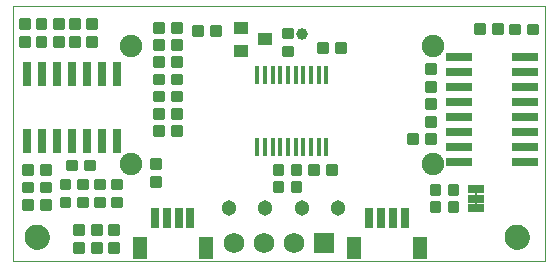
<source format=gts>
G75*
%MOIN*%
%OFA0B0*%
%FSLAX25Y25*%
%IPPOS*%
%LPD*%
%AMOC8*
5,1,8,0,0,1.08239X$1,22.5*
%
%ADD10C,0.00000*%
%ADD11C,0.08274*%
%ADD12C,0.01287*%
%ADD13R,0.04900X0.03900*%
%ADD14R,0.06900X0.06900*%
%ADD15C,0.06900*%
%ADD16C,0.07487*%
%ADD17R,0.01778X0.06306*%
%ADD18C,0.05124*%
%ADD19R,0.02762X0.06502*%
%ADD20R,0.05124X0.07487*%
%ADD21R,0.09061X0.02762*%
%ADD22R,0.03000X0.08400*%
%ADD23C,0.03900*%
%ADD24R,0.05400X0.02900*%
%ADD25C,0.00800*%
D10*
X0014157Y0019933D02*
X0014157Y0104733D01*
X0191322Y0104733D01*
X0191322Y0019933D01*
X0014157Y0019933D01*
X0018094Y0027807D02*
X0018096Y0027932D01*
X0018102Y0028057D01*
X0018112Y0028181D01*
X0018126Y0028305D01*
X0018143Y0028429D01*
X0018165Y0028552D01*
X0018191Y0028674D01*
X0018220Y0028796D01*
X0018253Y0028916D01*
X0018291Y0029035D01*
X0018331Y0029154D01*
X0018376Y0029270D01*
X0018424Y0029385D01*
X0018476Y0029499D01*
X0018532Y0029611D01*
X0018591Y0029721D01*
X0018653Y0029829D01*
X0018719Y0029936D01*
X0018788Y0030040D01*
X0018861Y0030141D01*
X0018936Y0030241D01*
X0019015Y0030338D01*
X0019097Y0030432D01*
X0019182Y0030524D01*
X0019269Y0030613D01*
X0019360Y0030699D01*
X0019453Y0030782D01*
X0019549Y0030863D01*
X0019647Y0030940D01*
X0019747Y0031014D01*
X0019850Y0031085D01*
X0019955Y0031152D01*
X0020063Y0031217D01*
X0020172Y0031277D01*
X0020283Y0031335D01*
X0020396Y0031388D01*
X0020510Y0031438D01*
X0020626Y0031485D01*
X0020743Y0031527D01*
X0020862Y0031566D01*
X0020982Y0031602D01*
X0021103Y0031633D01*
X0021225Y0031661D01*
X0021347Y0031684D01*
X0021471Y0031704D01*
X0021595Y0031720D01*
X0021719Y0031732D01*
X0021844Y0031740D01*
X0021969Y0031744D01*
X0022093Y0031744D01*
X0022218Y0031740D01*
X0022343Y0031732D01*
X0022467Y0031720D01*
X0022591Y0031704D01*
X0022715Y0031684D01*
X0022837Y0031661D01*
X0022959Y0031633D01*
X0023080Y0031602D01*
X0023200Y0031566D01*
X0023319Y0031527D01*
X0023436Y0031485D01*
X0023552Y0031438D01*
X0023666Y0031388D01*
X0023779Y0031335D01*
X0023890Y0031277D01*
X0024000Y0031217D01*
X0024107Y0031152D01*
X0024212Y0031085D01*
X0024315Y0031014D01*
X0024415Y0030940D01*
X0024513Y0030863D01*
X0024609Y0030782D01*
X0024702Y0030699D01*
X0024793Y0030613D01*
X0024880Y0030524D01*
X0024965Y0030432D01*
X0025047Y0030338D01*
X0025126Y0030241D01*
X0025201Y0030141D01*
X0025274Y0030040D01*
X0025343Y0029936D01*
X0025409Y0029829D01*
X0025471Y0029721D01*
X0025530Y0029611D01*
X0025586Y0029499D01*
X0025638Y0029385D01*
X0025686Y0029270D01*
X0025731Y0029154D01*
X0025771Y0029035D01*
X0025809Y0028916D01*
X0025842Y0028796D01*
X0025871Y0028674D01*
X0025897Y0028552D01*
X0025919Y0028429D01*
X0025936Y0028305D01*
X0025950Y0028181D01*
X0025960Y0028057D01*
X0025966Y0027932D01*
X0025968Y0027807D01*
X0025966Y0027682D01*
X0025960Y0027557D01*
X0025950Y0027433D01*
X0025936Y0027309D01*
X0025919Y0027185D01*
X0025897Y0027062D01*
X0025871Y0026940D01*
X0025842Y0026818D01*
X0025809Y0026698D01*
X0025771Y0026579D01*
X0025731Y0026460D01*
X0025686Y0026344D01*
X0025638Y0026229D01*
X0025586Y0026115D01*
X0025530Y0026003D01*
X0025471Y0025893D01*
X0025409Y0025785D01*
X0025343Y0025678D01*
X0025274Y0025574D01*
X0025201Y0025473D01*
X0025126Y0025373D01*
X0025047Y0025276D01*
X0024965Y0025182D01*
X0024880Y0025090D01*
X0024793Y0025001D01*
X0024702Y0024915D01*
X0024609Y0024832D01*
X0024513Y0024751D01*
X0024415Y0024674D01*
X0024315Y0024600D01*
X0024212Y0024529D01*
X0024107Y0024462D01*
X0023999Y0024397D01*
X0023890Y0024337D01*
X0023779Y0024279D01*
X0023666Y0024226D01*
X0023552Y0024176D01*
X0023436Y0024129D01*
X0023319Y0024087D01*
X0023200Y0024048D01*
X0023080Y0024012D01*
X0022959Y0023981D01*
X0022837Y0023953D01*
X0022715Y0023930D01*
X0022591Y0023910D01*
X0022467Y0023894D01*
X0022343Y0023882D01*
X0022218Y0023874D01*
X0022093Y0023870D01*
X0021969Y0023870D01*
X0021844Y0023874D01*
X0021719Y0023882D01*
X0021595Y0023894D01*
X0021471Y0023910D01*
X0021347Y0023930D01*
X0021225Y0023953D01*
X0021103Y0023981D01*
X0020982Y0024012D01*
X0020862Y0024048D01*
X0020743Y0024087D01*
X0020626Y0024129D01*
X0020510Y0024176D01*
X0020396Y0024226D01*
X0020283Y0024279D01*
X0020172Y0024337D01*
X0020062Y0024397D01*
X0019955Y0024462D01*
X0019850Y0024529D01*
X0019747Y0024600D01*
X0019647Y0024674D01*
X0019549Y0024751D01*
X0019453Y0024832D01*
X0019360Y0024915D01*
X0019269Y0025001D01*
X0019182Y0025090D01*
X0019097Y0025182D01*
X0019015Y0025276D01*
X0018936Y0025373D01*
X0018861Y0025473D01*
X0018788Y0025574D01*
X0018719Y0025678D01*
X0018653Y0025785D01*
X0018591Y0025893D01*
X0018532Y0026003D01*
X0018476Y0026115D01*
X0018424Y0026229D01*
X0018376Y0026344D01*
X0018331Y0026460D01*
X0018291Y0026579D01*
X0018253Y0026698D01*
X0018220Y0026818D01*
X0018191Y0026940D01*
X0018165Y0027062D01*
X0018143Y0027185D01*
X0018126Y0027309D01*
X0018112Y0027433D01*
X0018102Y0027557D01*
X0018096Y0027682D01*
X0018094Y0027807D01*
X0178094Y0027807D02*
X0178096Y0027932D01*
X0178102Y0028057D01*
X0178112Y0028181D01*
X0178126Y0028305D01*
X0178143Y0028429D01*
X0178165Y0028552D01*
X0178191Y0028674D01*
X0178220Y0028796D01*
X0178253Y0028916D01*
X0178291Y0029035D01*
X0178331Y0029154D01*
X0178376Y0029270D01*
X0178424Y0029385D01*
X0178476Y0029499D01*
X0178532Y0029611D01*
X0178591Y0029721D01*
X0178653Y0029829D01*
X0178719Y0029936D01*
X0178788Y0030040D01*
X0178861Y0030141D01*
X0178936Y0030241D01*
X0179015Y0030338D01*
X0179097Y0030432D01*
X0179182Y0030524D01*
X0179269Y0030613D01*
X0179360Y0030699D01*
X0179453Y0030782D01*
X0179549Y0030863D01*
X0179647Y0030940D01*
X0179747Y0031014D01*
X0179850Y0031085D01*
X0179955Y0031152D01*
X0180063Y0031217D01*
X0180172Y0031277D01*
X0180283Y0031335D01*
X0180396Y0031388D01*
X0180510Y0031438D01*
X0180626Y0031485D01*
X0180743Y0031527D01*
X0180862Y0031566D01*
X0180982Y0031602D01*
X0181103Y0031633D01*
X0181225Y0031661D01*
X0181347Y0031684D01*
X0181471Y0031704D01*
X0181595Y0031720D01*
X0181719Y0031732D01*
X0181844Y0031740D01*
X0181969Y0031744D01*
X0182093Y0031744D01*
X0182218Y0031740D01*
X0182343Y0031732D01*
X0182467Y0031720D01*
X0182591Y0031704D01*
X0182715Y0031684D01*
X0182837Y0031661D01*
X0182959Y0031633D01*
X0183080Y0031602D01*
X0183200Y0031566D01*
X0183319Y0031527D01*
X0183436Y0031485D01*
X0183552Y0031438D01*
X0183666Y0031388D01*
X0183779Y0031335D01*
X0183890Y0031277D01*
X0184000Y0031217D01*
X0184107Y0031152D01*
X0184212Y0031085D01*
X0184315Y0031014D01*
X0184415Y0030940D01*
X0184513Y0030863D01*
X0184609Y0030782D01*
X0184702Y0030699D01*
X0184793Y0030613D01*
X0184880Y0030524D01*
X0184965Y0030432D01*
X0185047Y0030338D01*
X0185126Y0030241D01*
X0185201Y0030141D01*
X0185274Y0030040D01*
X0185343Y0029936D01*
X0185409Y0029829D01*
X0185471Y0029721D01*
X0185530Y0029611D01*
X0185586Y0029499D01*
X0185638Y0029385D01*
X0185686Y0029270D01*
X0185731Y0029154D01*
X0185771Y0029035D01*
X0185809Y0028916D01*
X0185842Y0028796D01*
X0185871Y0028674D01*
X0185897Y0028552D01*
X0185919Y0028429D01*
X0185936Y0028305D01*
X0185950Y0028181D01*
X0185960Y0028057D01*
X0185966Y0027932D01*
X0185968Y0027807D01*
X0185966Y0027682D01*
X0185960Y0027557D01*
X0185950Y0027433D01*
X0185936Y0027309D01*
X0185919Y0027185D01*
X0185897Y0027062D01*
X0185871Y0026940D01*
X0185842Y0026818D01*
X0185809Y0026698D01*
X0185771Y0026579D01*
X0185731Y0026460D01*
X0185686Y0026344D01*
X0185638Y0026229D01*
X0185586Y0026115D01*
X0185530Y0026003D01*
X0185471Y0025893D01*
X0185409Y0025785D01*
X0185343Y0025678D01*
X0185274Y0025574D01*
X0185201Y0025473D01*
X0185126Y0025373D01*
X0185047Y0025276D01*
X0184965Y0025182D01*
X0184880Y0025090D01*
X0184793Y0025001D01*
X0184702Y0024915D01*
X0184609Y0024832D01*
X0184513Y0024751D01*
X0184415Y0024674D01*
X0184315Y0024600D01*
X0184212Y0024529D01*
X0184107Y0024462D01*
X0183999Y0024397D01*
X0183890Y0024337D01*
X0183779Y0024279D01*
X0183666Y0024226D01*
X0183552Y0024176D01*
X0183436Y0024129D01*
X0183319Y0024087D01*
X0183200Y0024048D01*
X0183080Y0024012D01*
X0182959Y0023981D01*
X0182837Y0023953D01*
X0182715Y0023930D01*
X0182591Y0023910D01*
X0182467Y0023894D01*
X0182343Y0023882D01*
X0182218Y0023874D01*
X0182093Y0023870D01*
X0181969Y0023870D01*
X0181844Y0023874D01*
X0181719Y0023882D01*
X0181595Y0023894D01*
X0181471Y0023910D01*
X0181347Y0023930D01*
X0181225Y0023953D01*
X0181103Y0023981D01*
X0180982Y0024012D01*
X0180862Y0024048D01*
X0180743Y0024087D01*
X0180626Y0024129D01*
X0180510Y0024176D01*
X0180396Y0024226D01*
X0180283Y0024279D01*
X0180172Y0024337D01*
X0180062Y0024397D01*
X0179955Y0024462D01*
X0179850Y0024529D01*
X0179747Y0024600D01*
X0179647Y0024674D01*
X0179549Y0024751D01*
X0179453Y0024832D01*
X0179360Y0024915D01*
X0179269Y0025001D01*
X0179182Y0025090D01*
X0179097Y0025182D01*
X0179015Y0025276D01*
X0178936Y0025373D01*
X0178861Y0025473D01*
X0178788Y0025574D01*
X0178719Y0025678D01*
X0178653Y0025785D01*
X0178591Y0025893D01*
X0178532Y0026003D01*
X0178476Y0026115D01*
X0178424Y0026229D01*
X0178376Y0026344D01*
X0178331Y0026460D01*
X0178291Y0026579D01*
X0178253Y0026698D01*
X0178220Y0026818D01*
X0178191Y0026940D01*
X0178165Y0027062D01*
X0178143Y0027185D01*
X0178126Y0027309D01*
X0178112Y0027433D01*
X0178102Y0027557D01*
X0178096Y0027682D01*
X0178094Y0027807D01*
D11*
X0182031Y0027807D03*
X0022031Y0027807D03*
D12*
X0037464Y0028826D02*
X0037464Y0031440D01*
X0037464Y0028826D02*
X0034850Y0028826D01*
X0034850Y0031440D01*
X0037464Y0031440D01*
X0037464Y0030049D02*
X0034850Y0030049D01*
X0034850Y0031272D02*
X0037464Y0031272D01*
X0040650Y0031440D02*
X0040650Y0028826D01*
X0040650Y0031440D02*
X0043264Y0031440D01*
X0043264Y0028826D01*
X0040650Y0028826D01*
X0040650Y0030049D02*
X0043264Y0030049D01*
X0043264Y0031272D02*
X0040650Y0031272D01*
X0046350Y0031540D02*
X0046350Y0028926D01*
X0046350Y0031540D02*
X0048964Y0031540D01*
X0048964Y0028926D01*
X0046350Y0028926D01*
X0046350Y0030149D02*
X0048964Y0030149D01*
X0048964Y0031372D02*
X0046350Y0031372D01*
X0046350Y0025540D02*
X0046350Y0022926D01*
X0046350Y0025540D02*
X0048964Y0025540D01*
X0048964Y0022926D01*
X0046350Y0022926D01*
X0046350Y0024149D02*
X0048964Y0024149D01*
X0048964Y0025372D02*
X0046350Y0025372D01*
X0040650Y0025440D02*
X0040650Y0022826D01*
X0040650Y0025440D02*
X0043264Y0025440D01*
X0043264Y0022826D01*
X0040650Y0022826D01*
X0040650Y0024049D02*
X0043264Y0024049D01*
X0043264Y0025272D02*
X0040650Y0025272D01*
X0037464Y0025440D02*
X0037464Y0022826D01*
X0034850Y0022826D01*
X0034850Y0025440D01*
X0037464Y0025440D01*
X0037464Y0024049D02*
X0034850Y0024049D01*
X0034850Y0025272D02*
X0037464Y0025272D01*
X0026364Y0039840D02*
X0023750Y0039840D01*
X0026364Y0039840D02*
X0026364Y0037226D01*
X0023750Y0037226D01*
X0023750Y0039840D01*
X0023750Y0038449D02*
X0026364Y0038449D01*
X0026364Y0039672D02*
X0023750Y0039672D01*
X0020364Y0039840D02*
X0017750Y0039840D01*
X0020364Y0039840D02*
X0020364Y0037226D01*
X0017750Y0037226D01*
X0017750Y0039840D01*
X0017750Y0038449D02*
X0020364Y0038449D01*
X0020364Y0039672D02*
X0017750Y0039672D01*
X0017750Y0045640D02*
X0020364Y0045640D01*
X0020364Y0043026D01*
X0017750Y0043026D01*
X0017750Y0045640D01*
X0017750Y0044249D02*
X0020364Y0044249D01*
X0020364Y0045472D02*
X0017750Y0045472D01*
X0023750Y0045640D02*
X0026364Y0045640D01*
X0026364Y0043026D01*
X0023750Y0043026D01*
X0023750Y0045640D01*
X0023750Y0044249D02*
X0026364Y0044249D01*
X0026364Y0045472D02*
X0023750Y0045472D01*
X0030250Y0046640D02*
X0030250Y0044026D01*
X0030250Y0046640D02*
X0032864Y0046640D01*
X0032864Y0044026D01*
X0030250Y0044026D01*
X0030250Y0045249D02*
X0032864Y0045249D01*
X0032864Y0046472D02*
X0030250Y0046472D01*
X0026364Y0051440D02*
X0023750Y0051440D01*
X0026364Y0051440D02*
X0026364Y0048826D01*
X0023750Y0048826D01*
X0023750Y0051440D01*
X0023750Y0050049D02*
X0026364Y0050049D01*
X0026364Y0051272D02*
X0023750Y0051272D01*
X0020364Y0051440D02*
X0017750Y0051440D01*
X0020364Y0051440D02*
X0020364Y0048826D01*
X0017750Y0048826D01*
X0017750Y0051440D01*
X0017750Y0050049D02*
X0020364Y0050049D01*
X0020364Y0051272D02*
X0017750Y0051272D01*
X0032550Y0050326D02*
X0035164Y0050326D01*
X0032550Y0050326D02*
X0032550Y0052940D01*
X0035164Y0052940D01*
X0035164Y0050326D01*
X0035164Y0051549D02*
X0032550Y0051549D01*
X0032550Y0052772D02*
X0035164Y0052772D01*
X0038550Y0050326D02*
X0041164Y0050326D01*
X0038550Y0050326D02*
X0038550Y0052940D01*
X0041164Y0052940D01*
X0041164Y0050326D01*
X0041164Y0051549D02*
X0038550Y0051549D01*
X0038550Y0052772D02*
X0041164Y0052772D01*
X0041750Y0046640D02*
X0041750Y0044026D01*
X0041750Y0046640D02*
X0044364Y0046640D01*
X0044364Y0044026D01*
X0041750Y0044026D01*
X0041750Y0045249D02*
X0044364Y0045249D01*
X0044364Y0046472D02*
X0041750Y0046472D01*
X0038664Y0046640D02*
X0038664Y0044026D01*
X0036050Y0044026D01*
X0036050Y0046640D01*
X0038664Y0046640D01*
X0038664Y0045249D02*
X0036050Y0045249D01*
X0036050Y0046472D02*
X0038664Y0046472D01*
X0047350Y0046640D02*
X0047350Y0044026D01*
X0047350Y0046640D02*
X0049964Y0046640D01*
X0049964Y0044026D01*
X0047350Y0044026D01*
X0047350Y0045249D02*
X0049964Y0045249D01*
X0049964Y0046472D02*
X0047350Y0046472D01*
X0047350Y0040640D02*
X0047350Y0038026D01*
X0047350Y0040640D02*
X0049964Y0040640D01*
X0049964Y0038026D01*
X0047350Y0038026D01*
X0047350Y0039249D02*
X0049964Y0039249D01*
X0049964Y0040472D02*
X0047350Y0040472D01*
X0041750Y0040640D02*
X0041750Y0038026D01*
X0041750Y0040640D02*
X0044364Y0040640D01*
X0044364Y0038026D01*
X0041750Y0038026D01*
X0041750Y0039249D02*
X0044364Y0039249D01*
X0044364Y0040472D02*
X0041750Y0040472D01*
X0038664Y0040640D02*
X0038664Y0038026D01*
X0036050Y0038026D01*
X0036050Y0040640D01*
X0038664Y0040640D01*
X0038664Y0039249D02*
X0036050Y0039249D01*
X0036050Y0040472D02*
X0038664Y0040472D01*
X0030250Y0040640D02*
X0030250Y0038026D01*
X0030250Y0040640D02*
X0032864Y0040640D01*
X0032864Y0038026D01*
X0030250Y0038026D01*
X0030250Y0039249D02*
X0032864Y0039249D01*
X0032864Y0040472D02*
X0030250Y0040472D01*
X0060350Y0044726D02*
X0060350Y0047340D01*
X0062964Y0047340D01*
X0062964Y0044726D01*
X0060350Y0044726D01*
X0060350Y0045949D02*
X0062964Y0045949D01*
X0062964Y0047172D02*
X0060350Y0047172D01*
X0060350Y0050726D02*
X0060350Y0053340D01*
X0062964Y0053340D01*
X0062964Y0050726D01*
X0060350Y0050726D01*
X0060350Y0051949D02*
X0062964Y0051949D01*
X0062964Y0053172D02*
X0060350Y0053172D01*
X0061550Y0064440D02*
X0064164Y0064440D01*
X0064164Y0061826D01*
X0061550Y0061826D01*
X0061550Y0064440D01*
X0061550Y0063049D02*
X0064164Y0063049D01*
X0064164Y0064272D02*
X0061550Y0064272D01*
X0061550Y0067526D02*
X0064164Y0067526D01*
X0061550Y0067526D02*
X0061550Y0070140D01*
X0064164Y0070140D01*
X0064164Y0067526D01*
X0064164Y0068749D02*
X0061550Y0068749D01*
X0061550Y0069972D02*
X0064164Y0069972D01*
X0067550Y0067526D02*
X0070164Y0067526D01*
X0067550Y0067526D02*
X0067550Y0070140D01*
X0070164Y0070140D01*
X0070164Y0067526D01*
X0070164Y0068749D02*
X0067550Y0068749D01*
X0067550Y0069972D02*
X0070164Y0069972D01*
X0070164Y0075940D02*
X0067550Y0075940D01*
X0070164Y0075940D02*
X0070164Y0073326D01*
X0067550Y0073326D01*
X0067550Y0075940D01*
X0067550Y0074549D02*
X0070164Y0074549D01*
X0070164Y0075772D02*
X0067550Y0075772D01*
X0064164Y0075940D02*
X0061550Y0075940D01*
X0064164Y0075940D02*
X0064164Y0073326D01*
X0061550Y0073326D01*
X0061550Y0075940D01*
X0061550Y0074549D02*
X0064164Y0074549D01*
X0064164Y0075772D02*
X0061550Y0075772D01*
X0061550Y0079026D02*
X0064164Y0079026D01*
X0061550Y0079026D02*
X0061550Y0081640D01*
X0064164Y0081640D01*
X0064164Y0079026D01*
X0064164Y0080249D02*
X0061550Y0080249D01*
X0061550Y0081472D02*
X0064164Y0081472D01*
X0067550Y0079026D02*
X0070164Y0079026D01*
X0067550Y0079026D02*
X0067550Y0081640D01*
X0070164Y0081640D01*
X0070164Y0079026D01*
X0070164Y0080249D02*
X0067550Y0080249D01*
X0067550Y0081472D02*
X0070164Y0081472D01*
X0070164Y0084726D02*
X0067550Y0084726D01*
X0067550Y0087340D01*
X0070164Y0087340D01*
X0070164Y0084726D01*
X0070164Y0085949D02*
X0067550Y0085949D01*
X0067550Y0087172D02*
X0070164Y0087172D01*
X0070064Y0093040D02*
X0067450Y0093040D01*
X0070064Y0093040D02*
X0070064Y0090426D01*
X0067450Y0090426D01*
X0067450Y0093040D01*
X0067450Y0091649D02*
X0070064Y0091649D01*
X0070064Y0092872D02*
X0067450Y0092872D01*
X0064064Y0093040D02*
X0061450Y0093040D01*
X0064064Y0093040D02*
X0064064Y0090426D01*
X0061450Y0090426D01*
X0061450Y0093040D01*
X0061450Y0091649D02*
X0064064Y0091649D01*
X0064064Y0092872D02*
X0061450Y0092872D01*
X0061450Y0096126D02*
X0064064Y0096126D01*
X0061450Y0096126D02*
X0061450Y0098740D01*
X0064064Y0098740D01*
X0064064Y0096126D01*
X0064064Y0097349D02*
X0061450Y0097349D01*
X0061450Y0098572D02*
X0064064Y0098572D01*
X0067450Y0096126D02*
X0070064Y0096126D01*
X0067450Y0096126D02*
X0067450Y0098740D01*
X0070064Y0098740D01*
X0070064Y0096126D01*
X0070064Y0097349D02*
X0067450Y0097349D01*
X0067450Y0098572D02*
X0070064Y0098572D01*
X0074350Y0097840D02*
X0076964Y0097840D01*
X0076964Y0095226D01*
X0074350Y0095226D01*
X0074350Y0097840D01*
X0074350Y0096449D02*
X0076964Y0096449D01*
X0076964Y0097672D02*
X0074350Y0097672D01*
X0080350Y0097840D02*
X0082964Y0097840D01*
X0082964Y0095226D01*
X0080350Y0095226D01*
X0080350Y0097840D01*
X0080350Y0096449D02*
X0082964Y0096449D01*
X0082964Y0097672D02*
X0080350Y0097672D01*
X0064164Y0084726D02*
X0061550Y0084726D01*
X0061550Y0087340D01*
X0064164Y0087340D01*
X0064164Y0084726D01*
X0064164Y0085949D02*
X0061550Y0085949D01*
X0061550Y0087172D02*
X0064164Y0087172D01*
X0039150Y0091426D02*
X0039150Y0094040D01*
X0041764Y0094040D01*
X0041764Y0091426D01*
X0039150Y0091426D01*
X0039150Y0092649D02*
X0041764Y0092649D01*
X0041764Y0093872D02*
X0039150Y0093872D01*
X0033550Y0094040D02*
X0033550Y0091426D01*
X0033550Y0094040D02*
X0036164Y0094040D01*
X0036164Y0091426D01*
X0033550Y0091426D01*
X0033550Y0092649D02*
X0036164Y0092649D01*
X0036164Y0093872D02*
X0033550Y0093872D01*
X0027950Y0094040D02*
X0027950Y0091426D01*
X0027950Y0094040D02*
X0030564Y0094040D01*
X0030564Y0091426D01*
X0027950Y0091426D01*
X0027950Y0092649D02*
X0030564Y0092649D01*
X0030564Y0093872D02*
X0027950Y0093872D01*
X0024864Y0094040D02*
X0024864Y0091426D01*
X0022250Y0091426D01*
X0022250Y0094040D01*
X0024864Y0094040D01*
X0024864Y0092649D02*
X0022250Y0092649D01*
X0022250Y0093872D02*
X0024864Y0093872D01*
X0016650Y0094040D02*
X0016650Y0091426D01*
X0016650Y0094040D02*
X0019264Y0094040D01*
X0019264Y0091426D01*
X0016650Y0091426D01*
X0016650Y0092649D02*
X0019264Y0092649D01*
X0019264Y0093872D02*
X0016650Y0093872D01*
X0016650Y0097426D02*
X0016650Y0100040D01*
X0019264Y0100040D01*
X0019264Y0097426D01*
X0016650Y0097426D01*
X0016650Y0098649D02*
X0019264Y0098649D01*
X0019264Y0099872D02*
X0016650Y0099872D01*
X0024864Y0100040D02*
X0024864Y0097426D01*
X0022250Y0097426D01*
X0022250Y0100040D01*
X0024864Y0100040D01*
X0024864Y0098649D02*
X0022250Y0098649D01*
X0022250Y0099872D02*
X0024864Y0099872D01*
X0027950Y0100040D02*
X0027950Y0097426D01*
X0027950Y0100040D02*
X0030564Y0100040D01*
X0030564Y0097426D01*
X0027950Y0097426D01*
X0027950Y0098649D02*
X0030564Y0098649D01*
X0030564Y0099872D02*
X0027950Y0099872D01*
X0033550Y0100040D02*
X0033550Y0097426D01*
X0033550Y0100040D02*
X0036164Y0100040D01*
X0036164Y0097426D01*
X0033550Y0097426D01*
X0033550Y0098649D02*
X0036164Y0098649D01*
X0036164Y0099872D02*
X0033550Y0099872D01*
X0039150Y0100040D02*
X0039150Y0097426D01*
X0039150Y0100040D02*
X0041764Y0100040D01*
X0041764Y0097426D01*
X0039150Y0097426D01*
X0039150Y0098649D02*
X0041764Y0098649D01*
X0041764Y0099872D02*
X0039150Y0099872D01*
X0067550Y0064440D02*
X0070164Y0064440D01*
X0070164Y0061826D01*
X0067550Y0061826D01*
X0067550Y0064440D01*
X0067550Y0063049D02*
X0070164Y0063049D01*
X0070164Y0064272D02*
X0067550Y0064272D01*
X0101250Y0048726D02*
X0103864Y0048726D01*
X0101250Y0048726D02*
X0101250Y0051340D01*
X0103864Y0051340D01*
X0103864Y0048726D01*
X0103864Y0049949D02*
X0101250Y0049949D01*
X0101250Y0051172D02*
X0103864Y0051172D01*
X0107250Y0048726D02*
X0109864Y0048726D01*
X0107250Y0048726D02*
X0107250Y0051340D01*
X0109864Y0051340D01*
X0109864Y0048726D01*
X0109864Y0049949D02*
X0107250Y0049949D01*
X0107250Y0051172D02*
X0109864Y0051172D01*
X0112950Y0048726D02*
X0115564Y0048726D01*
X0112950Y0048726D02*
X0112950Y0051340D01*
X0115564Y0051340D01*
X0115564Y0048726D01*
X0115564Y0049949D02*
X0112950Y0049949D01*
X0112950Y0051172D02*
X0115564Y0051172D01*
X0118950Y0048726D02*
X0121564Y0048726D01*
X0118950Y0048726D02*
X0118950Y0051340D01*
X0121564Y0051340D01*
X0121564Y0048726D01*
X0121564Y0049949D02*
X0118950Y0049949D01*
X0118950Y0051172D02*
X0121564Y0051172D01*
X0109864Y0045740D02*
X0107250Y0045740D01*
X0109864Y0045740D02*
X0109864Y0043126D01*
X0107250Y0043126D01*
X0107250Y0045740D01*
X0107250Y0044349D02*
X0109864Y0044349D01*
X0109864Y0045572D02*
X0107250Y0045572D01*
X0103864Y0045740D02*
X0101250Y0045740D01*
X0103864Y0045740D02*
X0103864Y0043126D01*
X0101250Y0043126D01*
X0101250Y0045740D01*
X0101250Y0044349D02*
X0103864Y0044349D01*
X0103864Y0045572D02*
X0101250Y0045572D01*
X0146042Y0059112D02*
X0148656Y0059112D01*
X0146042Y0059112D02*
X0146042Y0061726D01*
X0148656Y0061726D01*
X0148656Y0059112D01*
X0148656Y0060335D02*
X0146042Y0060335D01*
X0146042Y0061558D02*
X0148656Y0061558D01*
X0152042Y0059112D02*
X0154656Y0059112D01*
X0152042Y0059112D02*
X0152042Y0061726D01*
X0154656Y0061726D01*
X0154656Y0059112D01*
X0154656Y0060335D02*
X0152042Y0060335D01*
X0152042Y0061558D02*
X0154656Y0061558D01*
X0154608Y0064839D02*
X0154608Y0067453D01*
X0154608Y0064839D02*
X0151994Y0064839D01*
X0151994Y0067453D01*
X0154608Y0067453D01*
X0154608Y0066062D02*
X0151994Y0066062D01*
X0151994Y0067285D02*
X0154608Y0067285D01*
X0154608Y0070839D02*
X0154608Y0073453D01*
X0154608Y0070839D02*
X0151994Y0070839D01*
X0151994Y0073453D01*
X0154608Y0073453D01*
X0154608Y0072062D02*
X0151994Y0072062D01*
X0151994Y0073285D02*
X0154608Y0073285D01*
X0154608Y0076439D02*
X0154608Y0079053D01*
X0154608Y0076439D02*
X0151994Y0076439D01*
X0151994Y0079053D01*
X0154608Y0079053D01*
X0154608Y0077662D02*
X0151994Y0077662D01*
X0151994Y0078885D02*
X0154608Y0078885D01*
X0154608Y0082439D02*
X0154608Y0085053D01*
X0154608Y0082439D02*
X0151994Y0082439D01*
X0151994Y0085053D01*
X0154608Y0085053D01*
X0154608Y0083662D02*
X0151994Y0083662D01*
X0151994Y0084885D02*
X0154608Y0084885D01*
X0168530Y0098346D02*
X0171144Y0098346D01*
X0171144Y0095732D01*
X0168530Y0095732D01*
X0168530Y0098346D01*
X0168530Y0096955D02*
X0171144Y0096955D01*
X0171144Y0098178D02*
X0168530Y0098178D01*
X0174530Y0098346D02*
X0177144Y0098346D01*
X0177144Y0095732D01*
X0174530Y0095732D01*
X0174530Y0098346D01*
X0174530Y0096955D02*
X0177144Y0096955D01*
X0177144Y0098178D02*
X0174530Y0098178D01*
X0180169Y0098306D02*
X0182783Y0098306D01*
X0182783Y0095692D01*
X0180169Y0095692D01*
X0180169Y0098306D01*
X0180169Y0096915D02*
X0182783Y0096915D01*
X0182783Y0098138D02*
X0180169Y0098138D01*
X0186169Y0098306D02*
X0188783Y0098306D01*
X0188783Y0095692D01*
X0186169Y0095692D01*
X0186169Y0098306D01*
X0186169Y0096915D02*
X0188783Y0096915D01*
X0188783Y0098138D02*
X0186169Y0098138D01*
X0124687Y0089628D02*
X0122073Y0089628D01*
X0122073Y0092242D01*
X0124687Y0092242D01*
X0124687Y0089628D01*
X0124687Y0090851D02*
X0122073Y0090851D01*
X0122073Y0092074D02*
X0124687Y0092074D01*
X0118687Y0089628D02*
X0116073Y0089628D01*
X0116073Y0092242D01*
X0118687Y0092242D01*
X0118687Y0089628D01*
X0118687Y0090851D02*
X0116073Y0090851D01*
X0116073Y0092074D02*
X0118687Y0092074D01*
X0106964Y0090940D02*
X0106964Y0088326D01*
X0104350Y0088326D01*
X0104350Y0090940D01*
X0106964Y0090940D01*
X0106964Y0089549D02*
X0104350Y0089549D01*
X0104350Y0090772D02*
X0106964Y0090772D01*
X0106964Y0094326D02*
X0106964Y0096940D01*
X0106964Y0094326D02*
X0104350Y0094326D01*
X0104350Y0096940D01*
X0106964Y0096940D01*
X0106964Y0095549D02*
X0104350Y0095549D01*
X0104350Y0096772D02*
X0106964Y0096772D01*
X0153562Y0042153D02*
X0156176Y0042153D01*
X0153562Y0042153D02*
X0153562Y0044767D01*
X0156176Y0044767D01*
X0156176Y0042153D01*
X0156176Y0043376D02*
X0153562Y0043376D01*
X0153562Y0044599D02*
X0156176Y0044599D01*
X0159562Y0042153D02*
X0162176Y0042153D01*
X0159562Y0042153D02*
X0159562Y0044767D01*
X0162176Y0044767D01*
X0162176Y0042153D01*
X0162176Y0043376D02*
X0159562Y0043376D01*
X0159562Y0044599D02*
X0162176Y0044599D01*
X0162176Y0036453D02*
X0159562Y0036453D01*
X0159562Y0039067D01*
X0162176Y0039067D01*
X0162176Y0036453D01*
X0162176Y0037676D02*
X0159562Y0037676D01*
X0159562Y0038899D02*
X0162176Y0038899D01*
X0156176Y0036453D02*
X0153562Y0036453D01*
X0153562Y0039067D01*
X0156176Y0039067D01*
X0156176Y0036453D01*
X0156176Y0037676D02*
X0153562Y0037676D01*
X0153562Y0038899D02*
X0156176Y0038899D01*
D13*
X0089906Y0089950D03*
X0097906Y0093691D03*
X0089906Y0097431D03*
D14*
X0117574Y0025933D03*
D15*
X0107574Y0025933D03*
X0097574Y0025933D03*
X0087574Y0025933D03*
D16*
X0053527Y0052091D03*
X0053527Y0091461D03*
X0153920Y0091461D03*
X0153920Y0052091D03*
D17*
X0118528Y0057762D03*
X0115969Y0057762D03*
X0113410Y0057762D03*
X0110851Y0057762D03*
X0108292Y0057762D03*
X0105733Y0057762D03*
X0103174Y0057762D03*
X0100615Y0057762D03*
X0098056Y0057762D03*
X0095497Y0057762D03*
X0095497Y0081896D03*
X0098056Y0081896D03*
X0100615Y0081896D03*
X0103174Y0081896D03*
X0105733Y0081896D03*
X0108292Y0081896D03*
X0110792Y0081896D03*
X0113351Y0081896D03*
X0115910Y0081896D03*
X0118469Y0081896D03*
D18*
X0122446Y0037633D03*
X0110320Y0037633D03*
X0098194Y0037633D03*
X0086068Y0037633D03*
D19*
X0073175Y0034218D03*
X0069238Y0034218D03*
X0065301Y0034218D03*
X0061364Y0034218D03*
X0132772Y0034218D03*
X0136709Y0034218D03*
X0140646Y0034218D03*
X0144583Y0034218D03*
D20*
X0149702Y0024277D03*
X0127654Y0024277D03*
X0078293Y0024277D03*
X0056246Y0024277D03*
D21*
X0162813Y0052809D03*
X0162813Y0057809D03*
X0162813Y0062809D03*
X0162813Y0067809D03*
X0162813Y0072809D03*
X0162813Y0077809D03*
X0162813Y0082809D03*
X0162813Y0087809D03*
X0184860Y0087809D03*
X0184860Y0082809D03*
X0184860Y0077809D03*
X0184860Y0072809D03*
X0184860Y0067809D03*
X0184860Y0062809D03*
X0184860Y0057809D03*
X0184860Y0052809D03*
D22*
X0048857Y0059933D03*
X0043857Y0059933D03*
X0038857Y0059933D03*
X0033857Y0059933D03*
X0028857Y0059933D03*
X0023857Y0059933D03*
X0018857Y0059933D03*
X0018857Y0082283D03*
X0023857Y0082283D03*
X0028857Y0082283D03*
X0033857Y0082283D03*
X0038857Y0082283D03*
X0043857Y0082283D03*
X0048857Y0082283D03*
D23*
X0110457Y0095633D03*
D24*
X0168357Y0043833D03*
X0168357Y0040633D03*
X0168357Y0037433D03*
D25*
X0168357Y0037133D02*
X0168357Y0044033D01*
M02*

</source>
